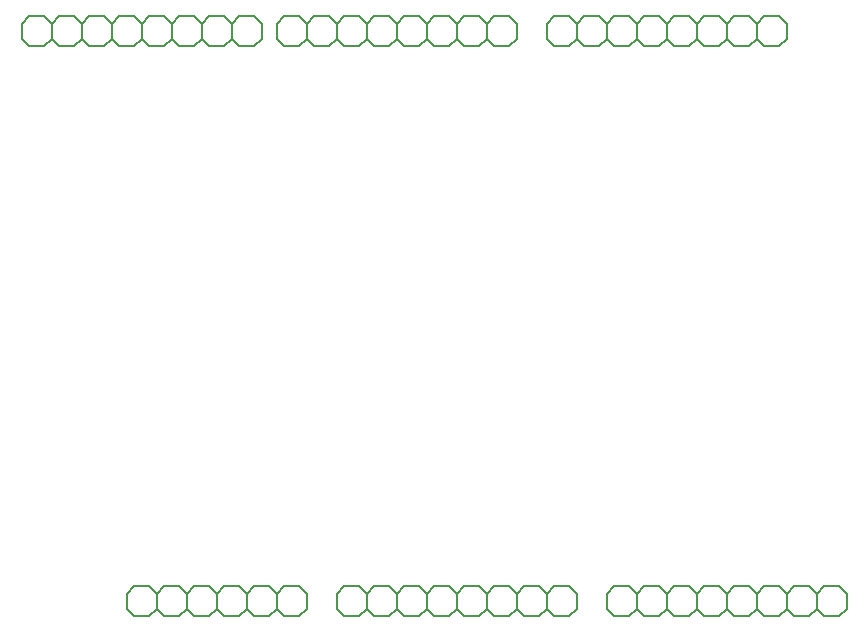
<source format=gbo>
G75*
G70*
%OFA0B0*%
%FSLAX24Y24*%
%IPPOS*%
%LPD*%
%AMOC8*
5,1,8,0,0,1.08239X$1,22.5*
%
%ADD10C,0.0060*%
D10*
X006664Y001466D02*
X006914Y001216D01*
X007414Y001216D01*
X007664Y001466D01*
X007914Y001216D01*
X008414Y001216D01*
X008664Y001466D01*
X008664Y001966D01*
X008414Y002216D01*
X007914Y002216D01*
X007664Y001966D01*
X007414Y002216D01*
X006914Y002216D01*
X006664Y001966D01*
X006664Y001466D01*
X007664Y001466D02*
X007664Y001966D01*
X008664Y001966D02*
X008914Y002216D01*
X009414Y002216D01*
X009664Y001966D01*
X009914Y002216D01*
X010414Y002216D01*
X010664Y001966D01*
X010914Y002216D01*
X011414Y002216D01*
X011664Y001966D01*
X011914Y002216D01*
X012414Y002216D01*
X012664Y001966D01*
X012664Y001466D01*
X012414Y001216D01*
X011914Y001216D01*
X011664Y001466D01*
X011664Y001966D01*
X011664Y001466D02*
X011414Y001216D01*
X010914Y001216D01*
X010664Y001466D01*
X010664Y001966D01*
X010664Y001466D02*
X010414Y001216D01*
X009914Y001216D01*
X009664Y001466D01*
X009664Y001966D01*
X009664Y001466D02*
X009414Y001216D01*
X008914Y001216D01*
X008664Y001466D01*
X013664Y001466D02*
X013914Y001216D01*
X014414Y001216D01*
X014664Y001466D01*
X014914Y001216D01*
X015414Y001216D01*
X015664Y001466D01*
X015664Y001966D01*
X015414Y002216D01*
X014914Y002216D01*
X014664Y001966D01*
X014414Y002216D01*
X013914Y002216D01*
X013664Y001966D01*
X013664Y001466D01*
X014664Y001466D02*
X014664Y001966D01*
X015664Y001966D02*
X015914Y002216D01*
X016414Y002216D01*
X016664Y001966D01*
X016914Y002216D01*
X017414Y002216D01*
X017664Y001966D01*
X017914Y002216D01*
X018414Y002216D01*
X018664Y001966D01*
X018664Y001466D01*
X018414Y001216D01*
X017914Y001216D01*
X017664Y001466D01*
X017664Y001966D01*
X017664Y001466D02*
X017414Y001216D01*
X016914Y001216D01*
X016664Y001466D01*
X016664Y001966D01*
X016664Y001466D02*
X016414Y001216D01*
X015914Y001216D01*
X015664Y001466D01*
X018664Y001466D02*
X018914Y001216D01*
X019414Y001216D01*
X019664Y001466D01*
X019914Y001216D01*
X020414Y001216D01*
X020664Y001466D01*
X020914Y001216D01*
X021414Y001216D01*
X021664Y001466D01*
X021664Y001966D01*
X021414Y002216D01*
X020914Y002216D01*
X020664Y001966D01*
X020414Y002216D01*
X019914Y002216D01*
X019664Y001966D01*
X019414Y002216D01*
X018914Y002216D01*
X018664Y001966D01*
X019664Y001966D02*
X019664Y001466D01*
X020664Y001466D02*
X020664Y001966D01*
X022664Y001966D02*
X022664Y001466D01*
X022914Y001216D01*
X023414Y001216D01*
X023664Y001466D01*
X023914Y001216D01*
X024414Y001216D01*
X024664Y001466D01*
X024664Y001966D01*
X024414Y002216D01*
X023914Y002216D01*
X023664Y001966D01*
X023414Y002216D01*
X022914Y002216D01*
X022664Y001966D01*
X023664Y001966D02*
X023664Y001466D01*
X024664Y001466D02*
X024914Y001216D01*
X025414Y001216D01*
X025664Y001466D01*
X025914Y001216D01*
X026414Y001216D01*
X026664Y001466D01*
X026914Y001216D01*
X027414Y001216D01*
X027664Y001466D01*
X027664Y001966D01*
X027414Y002216D01*
X026914Y002216D01*
X026664Y001966D01*
X026414Y002216D01*
X025914Y002216D01*
X025664Y001966D01*
X025414Y002216D01*
X024914Y002216D01*
X024664Y001966D01*
X025664Y001966D02*
X025664Y001466D01*
X026664Y001466D02*
X026664Y001966D01*
X027664Y001966D02*
X027914Y002216D01*
X028414Y002216D01*
X028664Y001966D01*
X028914Y002216D01*
X029414Y002216D01*
X029664Y001966D01*
X029914Y002216D01*
X030414Y002216D01*
X030664Y001966D01*
X030664Y001466D01*
X030414Y001216D01*
X029914Y001216D01*
X029664Y001466D01*
X029664Y001966D01*
X029664Y001466D02*
X029414Y001216D01*
X028914Y001216D01*
X028664Y001466D01*
X028664Y001966D01*
X028664Y001466D02*
X028414Y001216D01*
X027914Y001216D01*
X027664Y001466D01*
X027414Y020216D02*
X026914Y020216D01*
X026664Y020466D01*
X026664Y020966D01*
X026914Y021216D01*
X027414Y021216D01*
X027664Y020966D01*
X027664Y020466D01*
X027414Y020216D01*
X027664Y020466D02*
X027914Y020216D01*
X028414Y020216D01*
X028664Y020466D01*
X028664Y020966D01*
X028414Y021216D01*
X027914Y021216D01*
X027664Y020966D01*
X026664Y020966D02*
X026414Y021216D01*
X025914Y021216D01*
X025664Y020966D01*
X025414Y021216D01*
X024914Y021216D01*
X024664Y020966D01*
X024414Y021216D01*
X023914Y021216D01*
X023664Y020966D01*
X023664Y020466D01*
X023914Y020216D01*
X024414Y020216D01*
X024664Y020466D01*
X024914Y020216D01*
X025414Y020216D01*
X025664Y020466D01*
X025914Y020216D01*
X026414Y020216D01*
X026664Y020466D01*
X025664Y020466D02*
X025664Y020966D01*
X024664Y020966D02*
X024664Y020466D01*
X023664Y020466D02*
X023414Y020216D01*
X022914Y020216D01*
X022664Y020466D01*
X022414Y020216D01*
X021914Y020216D01*
X021664Y020466D01*
X021414Y020216D01*
X020914Y020216D01*
X020664Y020466D01*
X020664Y020966D01*
X020914Y021216D01*
X021414Y021216D01*
X021664Y020966D01*
X021664Y020466D01*
X021664Y020966D02*
X021914Y021216D01*
X022414Y021216D01*
X022664Y020966D01*
X022664Y020466D01*
X022664Y020966D02*
X022914Y021216D01*
X023414Y021216D01*
X023664Y020966D01*
X019664Y020966D02*
X019664Y020466D01*
X019414Y020216D01*
X018914Y020216D01*
X018664Y020466D01*
X018414Y020216D01*
X017914Y020216D01*
X017664Y020466D01*
X017664Y020966D01*
X017914Y021216D01*
X018414Y021216D01*
X018664Y020966D01*
X018664Y020466D01*
X018664Y020966D02*
X018914Y021216D01*
X019414Y021216D01*
X019664Y020966D01*
X017664Y020966D02*
X017414Y021216D01*
X016914Y021216D01*
X016664Y020966D01*
X016414Y021216D01*
X015914Y021216D01*
X015664Y020966D01*
X015414Y021216D01*
X014914Y021216D01*
X014664Y020966D01*
X014664Y020466D01*
X014914Y020216D01*
X015414Y020216D01*
X015664Y020466D01*
X015914Y020216D01*
X016414Y020216D01*
X016664Y020466D01*
X016914Y020216D01*
X017414Y020216D01*
X017664Y020466D01*
X016664Y020466D02*
X016664Y020966D01*
X015664Y020966D02*
X015664Y020466D01*
X014664Y020466D02*
X014414Y020216D01*
X013914Y020216D01*
X013664Y020466D01*
X013414Y020216D01*
X012914Y020216D01*
X012664Y020466D01*
X012414Y020216D01*
X011914Y020216D01*
X011664Y020466D01*
X011664Y020966D01*
X011914Y021216D01*
X012414Y021216D01*
X012664Y020966D01*
X012664Y020466D01*
X012664Y020966D02*
X012914Y021216D01*
X013414Y021216D01*
X013664Y020966D01*
X013664Y020466D01*
X013664Y020966D02*
X013914Y021216D01*
X014414Y021216D01*
X014664Y020966D01*
X011164Y020966D02*
X011164Y020466D01*
X010914Y020216D01*
X010414Y020216D01*
X010164Y020466D01*
X009914Y020216D01*
X009414Y020216D01*
X009164Y020466D01*
X009164Y020966D01*
X009414Y021216D01*
X009914Y021216D01*
X010164Y020966D01*
X010164Y020466D01*
X010164Y020966D02*
X010414Y021216D01*
X010914Y021216D01*
X011164Y020966D01*
X009164Y020966D02*
X008914Y021216D01*
X008414Y021216D01*
X008164Y020966D01*
X007914Y021216D01*
X007414Y021216D01*
X007164Y020966D01*
X006914Y021216D01*
X006414Y021216D01*
X006164Y020966D01*
X006164Y020466D01*
X006414Y020216D01*
X006914Y020216D01*
X007164Y020466D01*
X007414Y020216D01*
X007914Y020216D01*
X008164Y020466D01*
X008414Y020216D01*
X008914Y020216D01*
X009164Y020466D01*
X008164Y020466D02*
X008164Y020966D01*
X007164Y020966D02*
X007164Y020466D01*
X006164Y020466D02*
X005914Y020216D01*
X005414Y020216D01*
X005164Y020466D01*
X004914Y020216D01*
X004414Y020216D01*
X004164Y020466D01*
X003914Y020216D01*
X003414Y020216D01*
X003164Y020466D01*
X003164Y020966D01*
X003414Y021216D01*
X003914Y021216D01*
X004164Y020966D01*
X004164Y020466D01*
X004164Y020966D02*
X004414Y021216D01*
X004914Y021216D01*
X005164Y020966D01*
X005164Y020466D01*
X005164Y020966D02*
X005414Y021216D01*
X005914Y021216D01*
X006164Y020966D01*
M02*

</source>
